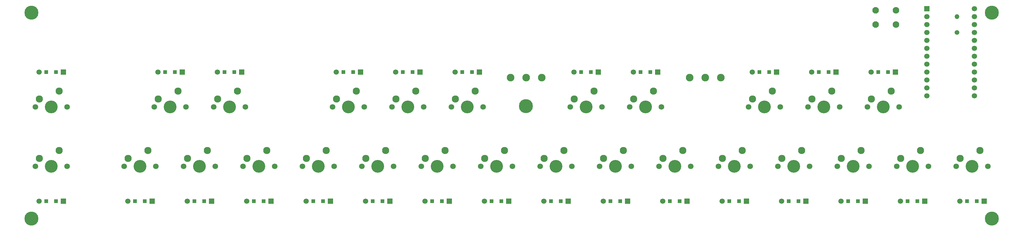
<source format=gbr>
%TF.GenerationSoftware,KiCad,Pcbnew,(5.1.6)-1*%
%TF.CreationDate,2020-07-16T09:20:40+02:00*%
%TF.ProjectId,keyboard_keyboard,6b657962-6f61-4726-945f-6b6579626f61,rev?*%
%TF.SameCoordinates,Original*%
%TF.FileFunction,Soldermask,Top*%
%TF.FilePolarity,Negative*%
%FSLAX46Y46*%
G04 Gerber Fmt 4.6, Leading zero omitted, Abs format (unit mm)*
G04 Created by KiCad (PCBNEW (5.1.6)-1) date 2020-07-16 09:20:40*
%MOMM*%
%LPD*%
G01*
G04 APERTURE LIST*
%ADD10C,4.500000*%
%ADD11C,1.700000*%
%ADD12R,1.700000X1.700000*%
%ADD13C,2.100000*%
%ADD14C,2.440000*%
%ADD15O,1.500000X1.500000*%
%ADD16C,1.500000*%
%ADD17C,1.800000*%
%ADD18C,4.100000*%
%ADD19C,2.300000*%
%ADD20R,1.300000X1.300000*%
G04 APERTURE END LIST*
D10*
%TO.C,H5*%
X156718000Y-107442000D03*
%TD*%
%TO.C,H4*%
X306070000Y-143510000D03*
%TD*%
%TO.C,H3*%
X-1778000Y-143510000D03*
%TD*%
%TO.C,H2*%
X306070000Y-77470000D03*
%TD*%
%TO.C,H1*%
X-1778000Y-77470000D03*
%TD*%
D11*
%TO.C,U1*%
X300482000Y-76200000D03*
X300482000Y-78740000D03*
X300482000Y-81280000D03*
X300482000Y-83820000D03*
X300482000Y-86360000D03*
X300482000Y-88900000D03*
X300482000Y-91440000D03*
X300482000Y-93980000D03*
X300482000Y-96520000D03*
X300482000Y-99060000D03*
X300482000Y-101600000D03*
X300482000Y-104140000D03*
X285242000Y-104140000D03*
X285242000Y-101600000D03*
X285242000Y-99060000D03*
X285242000Y-96520000D03*
X285242000Y-93980000D03*
X285242000Y-91440000D03*
X285242000Y-88900000D03*
X285242000Y-86360000D03*
X285242000Y-83820000D03*
X285242000Y-81280000D03*
X285242000Y-78740000D03*
D12*
X285242000Y-76200000D03*
%TD*%
D13*
%TO.C,SW2*%
X268836000Y-81280000D03*
X268836000Y-76780000D03*
X275336000Y-81280000D03*
X275336000Y-76780000D03*
%TD*%
D14*
%TO.C,RV2*%
X219202000Y-98298000D03*
X214202000Y-98298000D03*
X209202000Y-98298000D03*
%TD*%
%TO.C,RV1*%
X161798000Y-98298000D03*
X156798000Y-98298000D03*
X151798000Y-98298000D03*
%TD*%
D15*
%TO.C,R1*%
X294894000Y-78740000D03*
D16*
X294894000Y-83820000D03*
%TD*%
D17*
%TO.C,K27*%
X9652000Y-107696000D03*
X-508000Y-107696000D03*
D18*
X4572000Y-107696000D03*
D19*
X762000Y-105156000D03*
X7112000Y-102616000D03*
%TD*%
D17*
%TO.C,K26*%
X9652000Y-126746000D03*
X-508000Y-126746000D03*
D18*
X4572000Y-126746000D03*
D19*
X762000Y-124206000D03*
X7112000Y-121666000D03*
%TD*%
D17*
%TO.C,K25*%
X304800000Y-126746000D03*
X294640000Y-126746000D03*
D18*
X299720000Y-126746000D03*
D19*
X295910000Y-124206000D03*
X302260000Y-121666000D03*
%TD*%
D17*
%TO.C,K24*%
X285750000Y-126746000D03*
X275590000Y-126746000D03*
D18*
X280670000Y-126746000D03*
D19*
X276860000Y-124206000D03*
X283210000Y-121666000D03*
%TD*%
D17*
%TO.C,K23*%
X276352000Y-107696000D03*
X266192000Y-107696000D03*
D18*
X271272000Y-107696000D03*
D19*
X267462000Y-105156000D03*
X273812000Y-102616000D03*
%TD*%
D17*
%TO.C,K22*%
X266700000Y-126746000D03*
X256540000Y-126746000D03*
D18*
X261620000Y-126746000D03*
D19*
X257810000Y-124206000D03*
X264160000Y-121666000D03*
%TD*%
D17*
%TO.C,K21*%
X257302000Y-107696000D03*
X247142000Y-107696000D03*
D18*
X252222000Y-107696000D03*
D19*
X248412000Y-105156000D03*
X254762000Y-102616000D03*
%TD*%
D17*
%TO.C,K20*%
X247650000Y-126746000D03*
X237490000Y-126746000D03*
D18*
X242570000Y-126746000D03*
D19*
X238760000Y-124206000D03*
X245110000Y-121666000D03*
%TD*%
D17*
%TO.C,K19*%
X238252000Y-107696000D03*
X228092000Y-107696000D03*
D18*
X233172000Y-107696000D03*
D19*
X229362000Y-105156000D03*
X235712000Y-102616000D03*
%TD*%
D17*
%TO.C,K18*%
X228600000Y-126746000D03*
X218440000Y-126746000D03*
D18*
X223520000Y-126746000D03*
D19*
X219710000Y-124206000D03*
X226060000Y-121666000D03*
%TD*%
D17*
%TO.C,K17*%
X209550000Y-126746000D03*
X199390000Y-126746000D03*
D18*
X204470000Y-126746000D03*
D19*
X200660000Y-124206000D03*
X207010000Y-121666000D03*
%TD*%
D17*
%TO.C,K16*%
X200152000Y-107696000D03*
X189992000Y-107696000D03*
D18*
X195072000Y-107696000D03*
D19*
X191262000Y-105156000D03*
X197612000Y-102616000D03*
%TD*%
D17*
%TO.C,K15*%
X190500000Y-126746000D03*
X180340000Y-126746000D03*
D18*
X185420000Y-126746000D03*
D19*
X181610000Y-124206000D03*
X187960000Y-121666000D03*
%TD*%
D17*
%TO.C,K14*%
X181102000Y-107696000D03*
X170942000Y-107696000D03*
D18*
X176022000Y-107696000D03*
D19*
X172212000Y-105156000D03*
X178562000Y-102616000D03*
%TD*%
D17*
%TO.C,K13*%
X171450000Y-126746000D03*
X161290000Y-126746000D03*
D18*
X166370000Y-126746000D03*
D19*
X162560000Y-124206000D03*
X168910000Y-121666000D03*
%TD*%
D17*
%TO.C,K12*%
X152400000Y-126746000D03*
X142240000Y-126746000D03*
D18*
X147320000Y-126746000D03*
D19*
X143510000Y-124206000D03*
X149860000Y-121666000D03*
%TD*%
D17*
%TO.C,K11*%
X143002000Y-107696000D03*
X132842000Y-107696000D03*
D18*
X137922000Y-107696000D03*
D19*
X134112000Y-105156000D03*
X140462000Y-102616000D03*
%TD*%
D17*
%TO.C,K10*%
X133350000Y-126746000D03*
X123190000Y-126746000D03*
D18*
X128270000Y-126746000D03*
D19*
X124460000Y-124206000D03*
X130810000Y-121666000D03*
%TD*%
D17*
%TO.C,K9*%
X123952000Y-107696000D03*
X113792000Y-107696000D03*
D18*
X118872000Y-107696000D03*
D19*
X115062000Y-105156000D03*
X121412000Y-102616000D03*
%TD*%
D17*
%TO.C,K8*%
X114300000Y-126746000D03*
X104140000Y-126746000D03*
D18*
X109220000Y-126746000D03*
D19*
X105410000Y-124206000D03*
X111760000Y-121666000D03*
%TD*%
D17*
%TO.C,K7*%
X104902000Y-107696000D03*
X94742000Y-107696000D03*
D18*
X99822000Y-107696000D03*
D19*
X96012000Y-105156000D03*
X102362000Y-102616000D03*
%TD*%
D17*
%TO.C,K6*%
X95250000Y-126746000D03*
X85090000Y-126746000D03*
D18*
X90170000Y-126746000D03*
D19*
X86360000Y-124206000D03*
X92710000Y-121666000D03*
%TD*%
D17*
%TO.C,K5*%
X76200000Y-126746000D03*
X66040000Y-126746000D03*
D18*
X71120000Y-126746000D03*
D19*
X67310000Y-124206000D03*
X73660000Y-121666000D03*
%TD*%
D17*
%TO.C,K4*%
X66802000Y-107696000D03*
X56642000Y-107696000D03*
D18*
X61722000Y-107696000D03*
D19*
X57912000Y-105156000D03*
X64262000Y-102616000D03*
%TD*%
D17*
%TO.C,K3*%
X57150000Y-126746000D03*
X46990000Y-126746000D03*
D18*
X52070000Y-126746000D03*
D19*
X48260000Y-124206000D03*
X54610000Y-121666000D03*
%TD*%
D17*
%TO.C,K2*%
X47752000Y-107696000D03*
X37592000Y-107696000D03*
D18*
X42672000Y-107696000D03*
D19*
X38862000Y-105156000D03*
X45212000Y-102616000D03*
%TD*%
D17*
%TO.C,K1*%
X38100000Y-126746000D03*
X27940000Y-126746000D03*
D18*
X33020000Y-126746000D03*
D19*
X29210000Y-124206000D03*
X35560000Y-121666000D03*
%TD*%
D11*
%TO.C,D27*%
X672000Y-96520000D03*
D12*
X8472000Y-96520000D03*
D20*
X6147000Y-96520000D03*
X2997000Y-96520000D03*
%TD*%
D11*
%TO.C,D26*%
X672000Y-137922000D03*
D12*
X8472000Y-137922000D03*
D20*
X6147000Y-137922000D03*
X2997000Y-137922000D03*
%TD*%
D11*
%TO.C,D25*%
X295820000Y-137922000D03*
D12*
X303620000Y-137922000D03*
D20*
X301295000Y-137922000D03*
X298145000Y-137922000D03*
%TD*%
D11*
%TO.C,D24*%
X276770000Y-137922000D03*
D12*
X284570000Y-137922000D03*
D20*
X282245000Y-137922000D03*
X279095000Y-137922000D03*
%TD*%
D11*
%TO.C,D23*%
X267372000Y-96520000D03*
D12*
X275172000Y-96520000D03*
D20*
X272847000Y-96520000D03*
X269697000Y-96520000D03*
%TD*%
D11*
%TO.C,D22*%
X257720000Y-137922000D03*
D12*
X265520000Y-137922000D03*
D20*
X263195000Y-137922000D03*
X260045000Y-137922000D03*
%TD*%
D11*
%TO.C,D21*%
X248322000Y-96520000D03*
D12*
X256122000Y-96520000D03*
D20*
X253797000Y-96520000D03*
X250647000Y-96520000D03*
%TD*%
D11*
%TO.C,D20*%
X238670000Y-137922000D03*
D12*
X246470000Y-137922000D03*
D20*
X244145000Y-137922000D03*
X240995000Y-137922000D03*
%TD*%
D11*
%TO.C,D19*%
X229272000Y-96520000D03*
D12*
X237072000Y-96520000D03*
D20*
X234747000Y-96520000D03*
X231597000Y-96520000D03*
%TD*%
D11*
%TO.C,D18*%
X219620000Y-137922000D03*
D12*
X227420000Y-137922000D03*
D20*
X225095000Y-137922000D03*
X221945000Y-137922000D03*
%TD*%
D11*
%TO.C,D17*%
X200570000Y-137922000D03*
D12*
X208370000Y-137922000D03*
D20*
X206045000Y-137922000D03*
X202895000Y-137922000D03*
%TD*%
D11*
%TO.C,D16*%
X191172000Y-96520000D03*
D12*
X198972000Y-96520000D03*
D20*
X196647000Y-96520000D03*
X193497000Y-96520000D03*
%TD*%
D11*
%TO.C,D15*%
X181520000Y-137922000D03*
D12*
X189320000Y-137922000D03*
D20*
X186995000Y-137922000D03*
X183845000Y-137922000D03*
%TD*%
D11*
%TO.C,D14*%
X172122000Y-96520000D03*
D12*
X179922000Y-96520000D03*
D20*
X177597000Y-96520000D03*
X174447000Y-96520000D03*
%TD*%
D11*
%TO.C,D13*%
X162470000Y-137922000D03*
D12*
X170270000Y-137922000D03*
D20*
X167945000Y-137922000D03*
X164795000Y-137922000D03*
%TD*%
D11*
%TO.C,D12*%
X143420000Y-137922000D03*
D12*
X151220000Y-137922000D03*
D20*
X148895000Y-137922000D03*
X145745000Y-137922000D03*
%TD*%
D11*
%TO.C,D11*%
X134022000Y-96520000D03*
D12*
X141822000Y-96520000D03*
D20*
X139497000Y-96520000D03*
X136347000Y-96520000D03*
%TD*%
D11*
%TO.C,D10*%
X124370000Y-137922000D03*
D12*
X132170000Y-137922000D03*
D20*
X129845000Y-137922000D03*
X126695000Y-137922000D03*
%TD*%
D11*
%TO.C,D9*%
X114972000Y-96520000D03*
D12*
X122772000Y-96520000D03*
D20*
X120447000Y-96520000D03*
X117297000Y-96520000D03*
%TD*%
D11*
%TO.C,D8*%
X105320000Y-137922000D03*
D12*
X113120000Y-137922000D03*
D20*
X110795000Y-137922000D03*
X107645000Y-137922000D03*
%TD*%
D11*
%TO.C,D7*%
X95922000Y-96520000D03*
D12*
X103722000Y-96520000D03*
D20*
X101397000Y-96520000D03*
X98247000Y-96520000D03*
%TD*%
D11*
%TO.C,D6*%
X86270000Y-137922000D03*
D12*
X94070000Y-137922000D03*
D20*
X91745000Y-137922000D03*
X88595000Y-137922000D03*
%TD*%
D11*
%TO.C,D5*%
X67220000Y-137922000D03*
D12*
X75020000Y-137922000D03*
D20*
X72695000Y-137922000D03*
X69545000Y-137922000D03*
%TD*%
D11*
%TO.C,D4*%
X57822000Y-96520000D03*
D12*
X65622000Y-96520000D03*
D20*
X63297000Y-96520000D03*
X60147000Y-96520000D03*
%TD*%
D11*
%TO.C,D3*%
X48170000Y-137922000D03*
D12*
X55970000Y-137922000D03*
D20*
X53645000Y-137922000D03*
X50495000Y-137922000D03*
%TD*%
D11*
%TO.C,D2*%
X38772000Y-96520000D03*
D12*
X46572000Y-96520000D03*
D20*
X44247000Y-96520000D03*
X41097000Y-96520000D03*
%TD*%
D11*
%TO.C,D1*%
X29120000Y-137922000D03*
D12*
X36920000Y-137922000D03*
D20*
X34595000Y-137922000D03*
X31445000Y-137922000D03*
%TD*%
M02*

</source>
